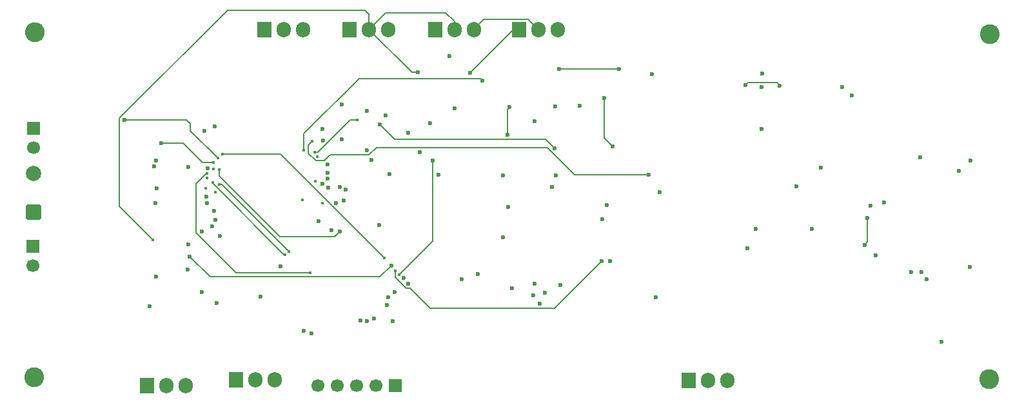
<source format=gbr>
%TF.GenerationSoftware,KiCad,Pcbnew,9.0.2*%
%TF.CreationDate,2025-07-10T19:46:15+05:30*%
%TF.ProjectId,STM32 ESC PCB Design,53544d33-3220-4455-9343-205043422044,rev?*%
%TF.SameCoordinates,Original*%
%TF.FileFunction,Copper,L4,Inr*%
%TF.FilePolarity,Positive*%
%FSLAX46Y46*%
G04 Gerber Fmt 4.6, Leading zero omitted, Abs format (unit mm)*
G04 Created by KiCad (PCBNEW 9.0.2) date 2025-07-10 19:46:15*
%MOMM*%
%LPD*%
G01*
G04 APERTURE LIST*
G04 Aperture macros list*
%AMRoundRect*
0 Rectangle with rounded corners*
0 $1 Rounding radius*
0 $2 $3 $4 $5 $6 $7 $8 $9 X,Y pos of 4 corners*
0 Add a 4 corners polygon primitive as box body*
4,1,4,$2,$3,$4,$5,$6,$7,$8,$9,$2,$3,0*
0 Add four circle primitives for the rounded corners*
1,1,$1+$1,$2,$3*
1,1,$1+$1,$4,$5*
1,1,$1+$1,$6,$7*
1,1,$1+$1,$8,$9*
0 Add four rect primitives between the rounded corners*
20,1,$1+$1,$2,$3,$4,$5,0*
20,1,$1+$1,$4,$5,$6,$7,0*
20,1,$1+$1,$6,$7,$8,$9,0*
20,1,$1+$1,$8,$9,$2,$3,0*%
G04 Aperture macros list end*
%TA.AperFunction,ComponentPad*%
%ADD10C,2.600000*%
%TD*%
%TA.AperFunction,ComponentPad*%
%ADD11R,1.700000X1.700000*%
%TD*%
%TA.AperFunction,ComponentPad*%
%ADD12C,1.700000*%
%TD*%
%TA.AperFunction,ComponentPad*%
%ADD13R,1.905000X2.000000*%
%TD*%
%TA.AperFunction,ComponentPad*%
%ADD14O,1.905000X2.000000*%
%TD*%
%TA.AperFunction,ComponentPad*%
%ADD15RoundRect,0.250000X0.750000X-0.750000X0.750000X0.750000X-0.750000X0.750000X-0.750000X-0.750000X0*%
%TD*%
%TA.AperFunction,ComponentPad*%
%ADD16C,2.000000*%
%TD*%
%TA.AperFunction,ViaPad*%
%ADD17C,0.600000*%
%TD*%
%TA.AperFunction,ViaPad*%
%ADD18C,0.400000*%
%TD*%
%TA.AperFunction,Conductor*%
%ADD19C,0.200000*%
%TD*%
G04 APERTURE END LIST*
D10*
%TO.N,N/C*%
%TO.C,REF\u002A\u002A*%
X171900000Y-77100000D03*
%TD*%
D11*
%TO.N,POWER_GND*%
%TO.C,J4*%
X46300000Y-59660000D03*
D12*
X46300000Y-62200000D03*
%TD*%
D13*
%TO.N,Net-(Q7-G)*%
%TO.C,Q7*%
X61300000Y-78000000D03*
D14*
%TO.N,MOTOR_W*%
X63840000Y-78000000D03*
%TO.N,R_SHUNT1_N*%
X66380000Y-78000000D03*
%TD*%
D15*
%TO.N,POWER_GND*%
%TO.C,D6*%
X46400000Y-55180000D03*
D16*
%TO.N,+12POWER*%
X46400000Y-50100000D03*
%TD*%
D13*
%TO.N,Net-(Q4-G)*%
%TO.C,Q4*%
X87920000Y-31200000D03*
D14*
%TO.N,V_Bridge*%
X90460000Y-31200000D03*
%TO.N,MOTOR_V*%
X93000000Y-31200000D03*
%TD*%
D13*
%TO.N,Net-(Q3-G)*%
%TO.C,Q3*%
X110120000Y-31200000D03*
D14*
%TO.N,MOTOR_U*%
X112660000Y-31200000D03*
%TO.N,R_SHUNT1_P*%
X115200000Y-31200000D03*
%TD*%
D11*
%TO.N,+12POWER*%
%TO.C,J3*%
X46400000Y-44160000D03*
D12*
X46400000Y-46700000D03*
%TD*%
D13*
%TO.N,Net-(Q1-G)*%
%TO.C,Q1*%
X99120000Y-31200000D03*
D14*
%TO.N,V_Bridge*%
X101660000Y-31200000D03*
%TO.N,MOTOR_U*%
X104200000Y-31200000D03*
%TD*%
D10*
%TO.N,N/C*%
%TO.C,REF\u002A\u002A*%
X46500000Y-76900000D03*
%TD*%
D13*
%TO.N,Net-(Q2-G)*%
%TO.C,Q2*%
X132420000Y-77300000D03*
D14*
%TO.N,POWER_GND*%
X134960000Y-77300000D03*
%TO.N,R_SHUNT1_N*%
X137500000Y-77300000D03*
%TD*%
D11*
%TO.N,VDD_3V3*%
%TO.C,J1*%
X93900000Y-78000000D03*
D12*
%TO.N,R_SHUNT1_N*%
X91360000Y-78000000D03*
%TO.N,SWDIO*%
X88820000Y-78000000D03*
%TO.N,SWDCLK*%
X86280000Y-78000000D03*
%TO.N,unconnected-(J1-Pin_5-Pad5)*%
X83740000Y-78000000D03*
%TD*%
D10*
%TO.N,N/C*%
%TO.C,REF\u002A\u002A*%
X46600000Y-31600000D03*
%TD*%
%TO.N,N/C*%
%TO.C,REF\u002A\u002A*%
X172000000Y-31800000D03*
%TD*%
D13*
%TO.N,Net-(Q6-G)*%
%TO.C,Q6*%
X73000000Y-77200000D03*
D14*
%TO.N,V_Bridge*%
X75540000Y-77200000D03*
%TO.N,MOTOR_W*%
X78080000Y-77200000D03*
%TD*%
D13*
%TO.N,Net-(Q5-G)*%
%TO.C,Q5*%
X76700000Y-31200000D03*
D14*
%TO.N,MOTOR_V*%
X79240000Y-31200000D03*
%TO.N,R_SHUNT2_P*%
X81780000Y-31200000D03*
%TD*%
D17*
%TO.N,PHCM_U*%
X62500000Y-63700000D03*
%TO.N,Net-(U1-REF)*%
X95600000Y-44800000D03*
%TO.N,MOTOR_V*%
X93100000Y-50200000D03*
%TO.N,Net-(U1-BST_A)*%
X127200000Y-50300000D03*
D18*
X83000000Y-45900000D03*
D17*
%TO.N,MOTOR_U*%
X121300000Y-40200000D03*
X122400000Y-46600000D03*
%TO.N,+12POWER*%
X142000000Y-44300000D03*
%TO.N,VDD_3V3*%
X62500000Y-48400000D03*
%TO.N,Net-(C27-Pad1)*%
X127600000Y-37100000D03*
X101000000Y-34700000D03*
%TO.N,BUCK_FB*%
X155500000Y-59500000D03*
X155900000Y-56000000D03*
%TO.N,MOTOR_V*%
X112200000Y-43300000D03*
%TO.N,nOCTW*%
X70150000Y-43950000D03*
%TO.N,nFAULT*%
X68854260Y-44545740D03*
%TO.N,nOCTW*%
X93800000Y-65700000D03*
%TO.N,nFAULT*%
X93000000Y-66400000D03*
%TO.N,PHCM_V*%
X66900000Y-61000000D03*
D18*
%TO.N,Net-(U1-GVDD)*%
X70600000Y-48100000D03*
D17*
X58300000Y-43100000D03*
%TO.N,R_SHUNT1_N*%
X90200000Y-47100000D03*
X87400000Y-52200000D03*
D18*
%TO.N,Net-(U1-CP2)*%
X69990478Y-49515080D03*
D17*
%TO.N,Net-(U1-CP1)*%
X63200000Y-46100000D03*
D18*
X70000000Y-48700000D03*
D17*
%TO.N,Net-(U1-DVDD)*%
X62550000Y-52050000D03*
X69100000Y-53200000D03*
%TO.N,Net-(U1-REF)*%
X69200000Y-54000000D03*
X62400000Y-54000000D03*
%TO.N,V_Bridge*%
X96900000Y-36800000D03*
X61600000Y-67600000D03*
X142000000Y-38800000D03*
D18*
X62100000Y-58800000D03*
D17*
X142100000Y-37000000D03*
X115400000Y-36400000D03*
X152600000Y-38800000D03*
X83800000Y-56400000D03*
X153800000Y-39900000D03*
X123300000Y-36400000D03*
%TO.N,Net-(U1-AVDD)*%
X70900000Y-58300000D03*
X70300000Y-56200000D03*
%TO.N,PHCM_V*%
X122100000Y-61600000D03*
X93400000Y-62200000D03*
D18*
%TO.N,PHCM_U*%
X93900000Y-62900000D03*
D17*
X121000000Y-61600000D03*
D18*
%TO.N,Net-(U1-BST_C)*%
X83400000Y-51100000D03*
D17*
X128600000Y-52600000D03*
%TO.N,MOTOR_W*%
X121100000Y-56100000D03*
X85100000Y-52000000D03*
X87100000Y-53700000D03*
X112900000Y-67200000D03*
X121700000Y-54300000D03*
X113500000Y-65800000D03*
%TO.N,MOTOR_V*%
X115000000Y-50400000D03*
X85000000Y-48900000D03*
%TO.N,MOTOR_U*%
X105300000Y-37900000D03*
D18*
X81900000Y-47100000D03*
D17*
%TO.N,Net-(U1-BIAS)*%
X114900000Y-41300000D03*
X84300000Y-44300000D03*
X92600000Y-42500000D03*
X118100000Y-41200000D03*
%TO.N,BUCK_COMP*%
X156270000Y-54330000D03*
X158100000Y-53900000D03*
X167900000Y-49800000D03*
X169400000Y-48400000D03*
%TO.N,Net-(U2-VIN)*%
X149799000Y-49399000D03*
X139900000Y-38500000D03*
X162800000Y-48000000D03*
X144400000Y-38600000D03*
%TO.N,BUCK_PH*%
X148600000Y-57400000D03*
X141200000Y-57400000D03*
X163700000Y-64000000D03*
%TO.N,BUCK_BOOT*%
X146600000Y-51800000D03*
X169300000Y-62400000D03*
%TO.N,VDD_3V3*%
X140100000Y-59900000D03*
X157000000Y-60900000D03*
X76200000Y-66300000D03*
X165600000Y-72200000D03*
X91100000Y-69200000D03*
X108700000Y-54500000D03*
D18*
%TO.N,R_SHUNT1_P*%
X81700000Y-53600000D03*
X83650000Y-47950000D03*
D17*
%TO.N,R_SHUNT2_P*%
X86900000Y-45600000D03*
X91900000Y-43700000D03*
X85000000Y-50800000D03*
X114800000Y-46800000D03*
D18*
X84350000Y-54050000D03*
D17*
%TO.N,Net-(C31-Pad1)*%
X101700000Y-41600000D03*
X114500000Y-51900000D03*
%TO.N,NRST*%
X115550000Y-64750000D03*
X128100000Y-66400000D03*
D18*
X94400000Y-63400000D03*
D17*
X98800000Y-48400000D03*
%TO.N,Net-(C34-Pad1)*%
X108900000Y-41400000D03*
X108600000Y-45000000D03*
%TO.N,AVDD_3V3*%
X108000000Y-50400000D03*
X85500000Y-57600000D03*
X91800000Y-56900000D03*
X99600000Y-50300000D03*
%TO.N,HSE_IN*%
X95600000Y-64600000D03*
X102600000Y-64000000D03*
X109200000Y-65200000D03*
%TO.N,Net-(C39-Pad1)*%
X112224265Y-64575735D03*
X112000000Y-66100000D03*
%TO.N,SWDCLK*%
X82900000Y-71100000D03*
%TO.N,SWDIO*%
X81900000Y-70800000D03*
%TO.N,Net-(Q3-G)*%
X103700000Y-36900000D03*
%TO.N,Net-(Q4-G)*%
X98500000Y-43500000D03*
%TO.N,Net-(Q6-G)*%
X93600000Y-69500000D03*
%TO.N,Net-(U1-OC_ADJ)*%
X66700000Y-49300000D03*
X69300000Y-49400000D03*
%TO.N,Net-(U1-GAIN)*%
X68500000Y-65700000D03*
X68500000Y-57700000D03*
%TO.N,BUCK_FB*%
X163000000Y-63100000D03*
X161600000Y-63100000D03*
%TO.N,SO1*%
X66600000Y-62700000D03*
X69850000Y-57050000D03*
%TO.N,SO2*%
X66700000Y-59400000D03*
X70100000Y-55000000D03*
%TO.N,GH_A*%
X86900000Y-41100000D03*
X84400000Y-45800000D03*
D18*
%TO.N,GL_A*%
X83300000Y-47300000D03*
X88900000Y-43100000D03*
D17*
%TO.N,GH_B*%
X97100000Y-47300000D03*
X90800000Y-48300000D03*
%TO.N,GL_B*%
X90200000Y-41900000D03*
X85000000Y-50000000D03*
%TO.N,GH_C*%
X86150000Y-54050000D03*
X84300000Y-51500000D03*
%TO.N,GL_C*%
X86600000Y-51900000D03*
X70450000Y-67150000D03*
%TO.N,BOOT0*%
X108000000Y-58500000D03*
X89300000Y-69400000D03*
%TO.N,HSE_OUT*%
X104700000Y-63300000D03*
X95000000Y-63800000D03*
D18*
%TO.N,DC_CAL*%
X71200000Y-47600000D03*
X92450000Y-61250000D03*
%TO.N,PWM2_H*%
X69900000Y-51300000D03*
X79400000Y-60800000D03*
%TO.N,PWM3_L*%
X70300000Y-52600000D03*
D17*
X90200000Y-69500000D03*
D18*
%TO.N,PWM1_L*%
X69200000Y-50700003D03*
D17*
X92800000Y-67400000D03*
D18*
%TO.N,GDR_EN*%
X70800000Y-49600000D03*
D17*
X86600000Y-57700000D03*
D18*
%TO.N,PWM3_H*%
X69000000Y-52100000D03*
D17*
X78800000Y-62300000D03*
D18*
%TO.N,PWM1_H*%
X82700000Y-63200000D03*
X69200000Y-50100000D03*
%TO.N,PWM2_L*%
X70800000Y-51600000D03*
X79900000Y-60400000D03*
D17*
%TO.N,Net-(U1-CP2)*%
X62200000Y-49200000D03*
%TD*%
D19*
%TO.N,Net-(U1-BST_A)*%
X117450057Y-50300000D02*
X127200000Y-50300000D01*
X113849057Y-46699000D02*
X117450057Y-50300000D01*
X90448943Y-47701000D02*
X91450943Y-46699000D01*
X91450943Y-46699000D02*
X113849057Y-46699000D01*
X85349057Y-47701000D02*
X90448943Y-47701000D01*
X84599057Y-48451000D02*
X85349057Y-47701000D01*
X82500000Y-47508521D02*
X83442479Y-48451000D01*
X83442479Y-48451000D02*
X84599057Y-48451000D01*
X82500000Y-46400000D02*
X82500000Y-47508521D01*
X83000000Y-45900000D02*
X82500000Y-46400000D01*
%TO.N,MOTOR_U*%
X121300000Y-45500000D02*
X121300000Y-40200000D01*
X122400000Y-46600000D02*
X121300000Y-45500000D01*
%TO.N,BUCK_FB*%
X155900000Y-59100000D02*
X155500000Y-59500000D01*
X155900000Y-56000000D02*
X155900000Y-59100000D01*
%TO.N,Net-(U1-GVDD)*%
X67000000Y-44500000D02*
X67000000Y-43600000D01*
X70600000Y-48100000D02*
X67000000Y-44500000D01*
X67000000Y-43600000D02*
X66500000Y-43100000D01*
X58300000Y-43100000D02*
X58200000Y-43100000D01*
X66500000Y-43100000D02*
X58300000Y-43100000D01*
%TO.N,Net-(U1-CP1)*%
X66000000Y-46100000D02*
X63200000Y-46100000D01*
X68600000Y-48700000D02*
X66600000Y-46700000D01*
X66600000Y-46700000D02*
X66000000Y-46100000D01*
X70000000Y-48700000D02*
X68600000Y-48700000D01*
%TO.N,V_Bridge*%
X90500000Y-29300000D02*
X90460000Y-29340000D01*
X101660000Y-30160000D02*
X101660000Y-31200000D01*
X92660000Y-29000000D02*
X100500000Y-29000000D01*
X57699000Y-54399000D02*
X57699000Y-42851057D01*
X90460000Y-29340000D02*
X90460000Y-31200000D01*
X89900000Y-28700000D02*
X90500000Y-29300000D01*
X123300000Y-36400000D02*
X115400000Y-36400000D01*
X71850057Y-28700000D02*
X89900000Y-28700000D01*
X57699000Y-42851057D02*
X71850057Y-28700000D01*
X115400000Y-36400000D02*
X115300000Y-36300000D01*
X90460000Y-31200000D02*
X96060000Y-36800000D01*
X96060000Y-36800000D02*
X96900000Y-36800000D01*
X62100000Y-58800000D02*
X57699000Y-54399000D01*
X100500000Y-29000000D02*
X101660000Y-30160000D01*
X90460000Y-31200000D02*
X92660000Y-29000000D01*
%TO.N,PHCM_U*%
X121000000Y-61600000D02*
X114800000Y-67800000D01*
X95351057Y-65201000D02*
X93900000Y-63749943D01*
X93900000Y-63749943D02*
X93900000Y-62900000D01*
X114800000Y-67800000D02*
X98447943Y-67800000D01*
X98447943Y-67800000D02*
X95848943Y-65201000D01*
X95848943Y-65201000D02*
X95351057Y-65201000D01*
%TO.N,MOTOR_U*%
X105501000Y-29899000D02*
X104200000Y-31200000D01*
X111359000Y-29899000D02*
X105501000Y-29899000D01*
X112660000Y-31200000D02*
X111359000Y-29899000D01*
X81900000Y-44900000D02*
X89150000Y-37650000D01*
X81900000Y-47100000D02*
X81900000Y-44900000D01*
X105050000Y-37650000D02*
X105300000Y-37900000D01*
X89150000Y-37650000D02*
X105050000Y-37650000D01*
%TO.N,Net-(U2-VIN)*%
X140201000Y-38199000D02*
X143999000Y-38199000D01*
X143999000Y-38199000D02*
X144400000Y-38600000D01*
X139900000Y-38500000D02*
X140201000Y-38199000D01*
%TO.N,R_SHUNT2_P*%
X91900000Y-43700000D02*
X93801000Y-45601000D01*
X93801000Y-45601000D02*
X113601000Y-45601000D01*
X113601000Y-45601000D02*
X114800000Y-46800000D01*
%TO.N,NRST*%
X94400000Y-63400000D02*
X98800000Y-59000000D01*
X98800000Y-59000000D02*
X98800000Y-48400000D01*
%TO.N,Net-(C34-Pad1)*%
X108600000Y-41700000D02*
X108900000Y-41400000D01*
X108600000Y-45000000D02*
X108600000Y-41700000D01*
%TO.N,Net-(Q3-G)*%
X109400000Y-31200000D02*
X103700000Y-36900000D01*
X110120000Y-31200000D02*
X109400000Y-31200000D01*
%TO.N,GL_A*%
X88900000Y-43100000D02*
X87949943Y-43100000D01*
X87949943Y-43100000D02*
X83749943Y-47300000D01*
X83749943Y-47300000D02*
X83300000Y-47300000D01*
%TO.N,DC_CAL*%
X71200000Y-47600000D02*
X78800000Y-47600000D01*
X92450000Y-61250000D02*
X92500000Y-61300000D01*
X78800000Y-47600000D02*
X92450000Y-61250000D01*
%TO.N,PWM2_H*%
X79400000Y-60800000D02*
X79291479Y-60800000D01*
X79291479Y-60800000D02*
X69900000Y-51408521D01*
X69900000Y-51408521D02*
X69900000Y-51300000D01*
%TO.N,GDR_EN*%
X86600000Y-57700000D02*
X85900000Y-58400000D01*
X78700000Y-58400000D02*
X70800000Y-50500000D01*
X70800000Y-50500000D02*
X70800000Y-49600000D01*
X85900000Y-58400000D02*
X78700000Y-58400000D01*
%TO.N,PWM1_H*%
X73000000Y-63200000D02*
X67700000Y-57900000D01*
X82700000Y-63200000D02*
X73000000Y-63200000D01*
X67700000Y-51491482D02*
X69091482Y-50100000D01*
X67700000Y-57900000D02*
X67700000Y-51491482D01*
X69091482Y-50100000D02*
X69200000Y-50100000D01*
%TO.N,PWM2_L*%
X71100000Y-51600000D02*
X79900000Y-60400000D01*
X70800000Y-51600000D02*
X71100000Y-51600000D01*
%TO.N,PHCM_V*%
X91900000Y-63700000D02*
X93400000Y-62200000D01*
X69600000Y-63700000D02*
X91900000Y-63700000D01*
X66900000Y-61000000D02*
X69600000Y-63700000D01*
%TD*%
M02*

</source>
